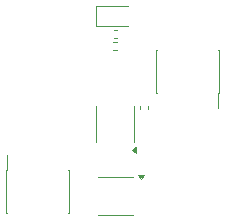
<source format=gbr>
G04 #@! TF.GenerationSoftware,KiCad,Pcbnew,9.0.3*
G04 #@! TF.CreationDate,2025-08-06T23:44:27+02:00*
G04 #@! TF.ProjectId,MADC,4d414443-2e6b-4696-9361-645f70636258,rev?*
G04 #@! TF.SameCoordinates,Original*
G04 #@! TF.FileFunction,Legend,Bot*
G04 #@! TF.FilePolarity,Positive*
%FSLAX46Y46*%
G04 Gerber Fmt 4.6, Leading zero omitted, Abs format (unit mm)*
G04 Created by KiCad (PCBNEW 9.0.3) date 2025-08-06 23:44:27*
%MOMM*%
%LPD*%
G01*
G04 APERTURE LIST*
%ADD10C,0.120000*%
G04 APERTURE END LIST*
D10*
G04 #@! TO.C,D2*
X142154000Y-83351000D02*
X144814000Y-83351000D01*
X142154000Y-85051000D02*
X142154000Y-83351000D01*
X142154000Y-85051000D02*
X144814000Y-85051000D01*
G04 #@! TO.C,C14*
X143879835Y-85365000D02*
X143648165Y-85365000D01*
X143879835Y-86085000D02*
X143648165Y-86085000D01*
G04 #@! TO.C,R4*
X143931621Y-86361000D02*
X143596379Y-86361000D01*
X143931621Y-87121000D02*
X143596379Y-87121000D01*
G04 #@! TO.C,RN1*
X142154000Y-93345000D02*
X142154000Y-91845000D01*
X142154000Y-93345000D02*
X142154000Y-94845000D01*
X145374000Y-93345000D02*
X145374000Y-91845000D01*
X145374000Y-93345000D02*
X145374000Y-94845000D01*
X145529000Y-95772500D02*
X145199000Y-95532500D01*
X145529000Y-95292500D01*
X145529000Y-95772500D01*
G36*
X145529000Y-95772500D02*
G01*
X145199000Y-95532500D01*
X145529000Y-95292500D01*
X145529000Y-95772500D01*
G37*
G04 #@! TO.C,J1*
X147210000Y-90715000D02*
X147210000Y-87085000D01*
X147275000Y-87085000D02*
X147210000Y-87085000D01*
X147275000Y-90715000D02*
X147210000Y-90715000D01*
X152445000Y-91990000D02*
X152445000Y-90715000D01*
X152510000Y-87085000D02*
X152445000Y-87085000D01*
X152510000Y-90715000D02*
X152445000Y-90715000D01*
X152510000Y-90715000D02*
X152510000Y-87085000D01*
G04 #@! TO.C,J2*
X134510000Y-97245000D02*
X134510000Y-100875000D01*
X134510000Y-97245000D02*
X134575000Y-97245000D01*
X134510000Y-100875000D02*
X134575000Y-100875000D01*
X134575000Y-95970000D02*
X134575000Y-97245000D01*
X139745000Y-97245000D02*
X139810000Y-97245000D01*
X139745000Y-100875000D02*
X139810000Y-100875000D01*
X139810000Y-97245000D02*
X139810000Y-100875000D01*
G04 #@! TO.C,RN2*
X143764000Y-97831000D02*
X142264000Y-97831000D01*
X143764000Y-97831000D02*
X145264000Y-97831000D01*
X143764000Y-101051000D02*
X142264000Y-101051000D01*
X143764000Y-101051000D02*
X145264000Y-101051000D01*
X145951500Y-98006000D02*
X145711500Y-97676000D01*
X146191500Y-97676000D01*
X145951500Y-98006000D01*
G36*
X145951500Y-98006000D02*
G01*
X145711500Y-97676000D01*
X146191500Y-97676000D01*
X145951500Y-98006000D01*
G37*
G04 #@! TO.C,C5*
X145817000Y-92063835D02*
X145817000Y-91832165D01*
X146537000Y-92063835D02*
X146537000Y-91832165D01*
G04 #@! TD*
M02*

</source>
